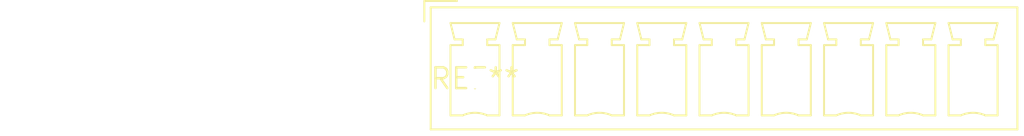
<source format=kicad_pcb>
(kicad_pcb (version 20240108) (generator pcbnew)
  (layers (0 "F.Cu" signal) (31 "B.Cu" signal) (34 "B.Paste" user) (35 "F.Paste" user) (36 "B.SilkS" user "B.Silkscreen") (37 "F.SilkS" user "F.Silkscreen") (38 "B.Mask" user) (39 "F.Mask" user) (44 "Edge.Cuts" user))
  (net 0 "")
  (footprint "PhoenixContact_MCV_1,5_9-G-3.81_1x09_P3.81mm_Vertical" (layer "F.Cu") (at 0 0)
    (property "Reference" "REF**")
    (property "Value" "PhoenixContact_MCV_1,5_9-G-3.81_1x09_P3.81mm_Vertical")
    (fp_line (start -3.1 -4.75) (end -1.1 -4.75) (layer "F.SilkS") (stroke (width 0.12)))
    (fp_line (start -3.1 -3.5) (end -3.1 -4.75) (layer "F.SilkS") (stroke (width 0.12)))
    (fp_line (start -2.71 -4.36) (end -2.71 3.11) (layer "F.SilkS") (stroke (width 0.12)))
    (fp_line (start -2.71 3.11) (end 33.19 3.11) (layer "F.SilkS") (stroke (width 0.12)))
    (fp_line (start -1.5 -3.4) (end 1.5 -3.4) (layer "F.SilkS") (stroke (width 0.12)))
    (fp_line (start -1.5 -2.05) (end -0.75 -2.05) (layer "F.SilkS") (stroke (width 0.12)))
    (fp_line (start -1.5 2.25) (end -1.5 -2.05) (layer "F.SilkS") (stroke (width 0.12)))
    (fp_line (start -1.25 -2.4) (end -1.5 -3.4) (layer "F.SilkS") (stroke (width 0.12)))
    (fp_line (start -0.75 -2.4) (end -1.25 -2.4) (layer "F.SilkS") (stroke (width 0.12)))
    (fp_line (start -0.75 -2.05) (end -0.75 -2.4) (layer "F.SilkS") (stroke (width 0.12)))
    (fp_line (start -0.75 2.25) (end -1.5 2.25) (layer "F.SilkS") (stroke (width 0.12)))
    (fp_line (start 0.75 -2.4) (end 0.75 -2.05) (layer "F.SilkS") (stroke (width 0.12)))
    (fp_line (start 0.75 -2.05) (end 1.5 -2.05) (layer "F.SilkS") (stroke (width 0.12)))
    (fp_line (start 1.25 -2.4) (end 0.75 -2.4) (layer "F.SilkS") (stroke (width 0.12)))
    (fp_line (start 1.5 -3.4) (end 1.25 -2.4) (layer "F.SilkS") (stroke (width 0.12)))
    (fp_line (start 1.5 -2.05) (end 1.5 2.25) (layer "F.SilkS") (stroke (width 0.12)))
    (fp_line (start 1.5 2.25) (end 0.75 2.25) (layer "F.SilkS") (stroke (width 0.12)))
    (fp_line (start 2.31 -3.4) (end 5.31 -3.4) (layer "F.SilkS") (stroke (width 0.12)))
    (fp_line (start 2.31 -2.05) (end 3.06 -2.05) (layer "F.SilkS") (stroke (width 0.12)))
    (fp_line (start 2.31 2.25) (end 2.31 -2.05) (layer "F.SilkS") (stroke (width 0.12)))
    (fp_line (start 2.56 -2.4) (end 2.31 -3.4) (layer "F.SilkS") (stroke (width 0.12)))
    (fp_line (start 3.06 -2.4) (end 2.56 -2.4) (layer "F.SilkS") (stroke (width 0.12)))
    (fp_line (start 3.06 -2.05) (end 3.06 -2.4) (layer "F.SilkS") (stroke (width 0.12)))
    (fp_line (start 3.06 2.25) (end 2.31 2.25) (layer "F.SilkS") (stroke (width 0.12)))
    (fp_line (start 4.56 -2.4) (end 4.56 -2.05) (layer "F.SilkS") (stroke (width 0.12)))
    (fp_line (start 4.56 -2.05) (end 5.31 -2.05) (layer "F.SilkS") (stroke (width 0.12)))
    (fp_line (start 5.06 -2.4) (end 4.56 -2.4) (layer "F.SilkS") (stroke (width 0.12)))
    (fp_line (start 5.31 -3.4) (end 5.06 -2.4) (layer "F.SilkS") (stroke (width 0.12)))
    (fp_line (start 5.31 -2.05) (end 5.31 2.25) (layer "F.SilkS") (stroke (width 0.12)))
    (fp_line (start 5.31 2.25) (end 4.56 2.25) (layer "F.SilkS") (stroke (width 0.12)))
    (fp_line (start 6.12 -3.4) (end 9.12 -3.4) (layer "F.SilkS") (stroke (width 0.12)))
    (fp_line (start 6.12 -2.05) (end 6.87 -2.05) (layer "F.SilkS") (stroke (width 0.12)))
    (fp_line (start 6.12 2.25) (end 6.12 -2.05) (layer "F.SilkS") (stroke (width 0.12)))
    (fp_line (start 6.37 -2.4) (end 6.12 -3.4) (layer "F.SilkS") (stroke (width 0.12)))
    (fp_line (start 6.87 -2.4) (end 6.37 -2.4) (layer "F.SilkS") (stroke (width 0.12)))
    (fp_line (start 6.87 -2.05) (end 6.87 -2.4) (layer "F.SilkS") (stroke (width 0.12)))
    (fp_line (start 6.87 2.25) (end 6.12 2.25) (layer "F.SilkS") (stroke (width 0.12)))
    (fp_line (start 8.37 -2.4) (end 8.37 -2.05) (layer "F.SilkS") (stroke (width 0.12)))
    (fp_line (start 8.37 -2.05) (end 9.12 -2.05) (layer "F.SilkS") (stroke (width 0.12)))
    (fp_line (start 8.87 -2.4) (end 8.37 -2.4) (layer "F.SilkS") (stroke (width 0.12)))
    (fp_line (start 9.12 -3.4) (end 8.87 -2.4) (layer "F.SilkS") (stroke (width 0.12)))
    (fp_line (start 9.12 -2.05) (end 9.12 2.25) (layer "F.SilkS") (stroke (width 0.12)))
    (fp_line (start 9.12 2.25) (end 8.37 2.25) (layer "F.SilkS") (stroke (width 0.12)))
    (fp_line (start 9.93 -3.4) (end 12.93 -3.4) (layer "F.SilkS") (stroke (width 0.12)))
    (fp_line (start 9.93 -2.05) (end 10.68 -2.05) (layer "F.SilkS") (stroke (width 0.12)))
    (fp_line (start 9.93 2.25) (end 9.93 -2.05) (layer "F.SilkS") (stroke (width 0.12)))
    (fp_line (start 10.18 -2.4) (end 9.93 -3.4) (layer "F.SilkS") (stroke (width 0.12)))
    (fp_line (start 10.68 -2.4) (end 10.18 -2.4) (layer "F.SilkS") (stroke (width 0.12)))
    (fp_line (start 10.68 -2.05) (end 10.68 -2.4) (layer "F.SilkS") (stroke (width 0.12)))
    (fp_line (start 10.68 2.25) (end 9.93 2.25) (layer "F.SilkS") (stroke (width 0.12)))
    (fp_line (start 12.18 -2.4) (end 12.18 -2.05) (layer "F.SilkS") (stroke (width 0.12)))
    (fp_line (start 12.18 -2.05) (end 12.93 -2.05) (layer "F.SilkS") (stroke (width 0.12)))
    (fp_line (start 12.68 -2.4) (end 12.18 -2.4) (layer "F.SilkS") (stroke (width 0.12)))
    (fp_line (start 12.93 -3.4) (end 12.68 -2.4) (layer "F.SilkS") (stroke (width 0.12)))
    (fp_line (start 12.93 -2.05) (end 12.93 2.25) (layer "F.SilkS") (stroke (width 0.12)))
    (fp_line (start 12.93 2.25) (end 12.18 2.25) (layer "F.SilkS") (stroke (width 0.12)))
    (fp_line (start 13.74 -3.4) (end 16.74 -3.4) (layer "F.SilkS") (stroke (width 0.12)))
    (fp_line (start 13.74 -2.05) (end 14.49 -2.05) (layer "F.SilkS") (stroke (width 0.12)))
    (fp_line (start 13.74 2.25) (end 13.74 -2.05) (layer "F.SilkS") (stroke (width 0.12)))
    (fp_line (start 13.99 -2.4) (end 13.74 -3.4) (layer "F.SilkS") (stroke (width 0.12)))
    (fp_line (start 14.49 -2.4) (end 13.99 -2.4) (layer "F.SilkS") (stroke (width 0.12)))
    (fp_line (start 14.49 -2.05) (end 14.49 -2.4) (layer "F.SilkS") (stroke (width 0.12)))
    (fp_line (start 14.49 2.25) (end 13.74 2.25) (layer "F.SilkS") (stroke (width 0.12)))
    (fp_line (start 15.99 -2.4) (end 15.99 -2.05) (layer "F.SilkS") (stroke (width 0.12)))
    (fp_line (start 15.99 -2.05) (end 16.74 -2.05) (layer "F.SilkS") (stroke (width 0.12)))
    (fp_line (start 16.49 -2.4) (end 15.99 -2.4) (layer "F.SilkS") (stroke (width 0.12)))
    (fp_line (start 16.74 -3.4) (end 16.49 -2.4) (layer "F.SilkS") (stroke (width 0.12)))
    (fp_line (start 16.74 -2.05) (end 16.74 2.25) (layer "F.SilkS") (stroke (width 0.12)))
    (fp_line (start 16.74 2.25) (end 15.99 2.25) (layer "F.SilkS") (stroke (width 0.12)))
    (fp_line (start 17.55 -3.4) (end 20.55 -3.4) (layer "F.SilkS") (stroke (width 0.12)))
    (fp_line (start 17.55 -2.05) (end 18.3 -2.05) (layer "F.SilkS") (stroke (width 0.12)))
    (fp_line (start 17.55 2.25) (end 17.55 -2.05) (layer "F.SilkS") (stroke (width 0.12)))
    (fp_line (start 17.8 -2.4) (end 17.55 -3.4) (layer "F.SilkS") (stroke (width 0.12)))
    (fp_line (start 18.3 -2.4) (end 17.8 -2.4) (layer "F.SilkS") (stroke (width 0.12)))
    (fp_line (start 18.3 -2.05) (end 18.3 -2.4) (layer "F.SilkS") (stroke (width 0.12)))
    (fp_line (start 18.3 2.25) (end 17.55 2.25) (layer "F.SilkS") (stroke (width 0.12)))
    (fp_line (start 19.8 -2.4) (end 19.8 -2.05) (layer "F.SilkS") (stroke (width 0.12)))
    (fp_line (start 19.8 -2.05) (end 20.55 -2.05) (layer "F.SilkS") (stroke (width 0.12)))
    (fp_line (start 20.3 -2.4) (end 19.8 -2.4) (layer "F.SilkS") (stroke (width 0.12)))
    (fp_line (start 20.55 -3.4) (end 20.3 -2.4) (layer "F.SilkS") (stroke (width 0.12)))
    (fp_line (start 20.55 -2.05) (end 20.55 2.25) (layer "F.SilkS") (stroke (width 0.12)))
    (fp_line (start 20.55 2.25) (end 19.8 2.25) (layer "F.SilkS") (stroke (width 0.12)))
    (fp_line (start 21.36 -3.4) (end 24.36 -3.4) (layer "F.SilkS") (stroke (width 0.12)))
    (fp_line (start 21.36 -2.05) (end 22.11 -2.05) (layer "F.SilkS") (stroke (width 0.12)))
    (fp_line (start 21.36 2.25) (end 21.36 -2.05) (layer "F.SilkS") (stroke (width 0.12)))
    (fp_line (start 21.61 -2.4) (end 21.36 -3.4) (layer "F.SilkS") (stroke (width 0.12)))
    (fp_line (start 22.11 -2.4) (end 21.61 -2.4) (layer "F.SilkS") (stroke (width 0.12)))
    (fp_line (start 22.11 -2.05) (end 22.11 -2.4) (layer "F.SilkS") (stroke (width 0.12)))
    (fp_line (start 22.11 2.25) (end 21.36 2.25) (layer "F.SilkS") (stroke (width 0.12)))
    (fp_line (start 23.61 -2.4) (end 23.61 -2.05) (layer "F.SilkS") (stroke (width 0.12)))
    (fp_line (start 23.61 -2.05) (end 24.36 -2.05) (layer "F.SilkS") (stroke (width 0.12)))
    (fp_line (start 24.11 -2.4) (end 23.61 -2.4) (layer "F.SilkS") (stroke (width 0.12)))
    (fp_line (start 24.36 -3.4) (end 24.11 -2.4) (layer "F.SilkS") (stroke (width 0.12)))
    (fp_line (start 24.36 -2.05) (end 24.36 2.25) (layer "F.SilkS") (stroke (width 0.12)))
    (fp_line (start 24.36 2.25) (end 23.61 2.25) (layer "F.SilkS") (stroke (width 0.12)))
    (fp_line (start 25.17 -3.4) (end 28.17 -3.4) (layer "F.SilkS") (stroke (width 0.12)))
    (fp_line (start 25.17 -2.05) (end 25.92 -2.05) (layer "F.SilkS") (stroke (width 0.12)))
    (fp_line (start 25.17 2.25) (end 25.17 -2.05) (layer "F.SilkS") (stroke (width 0.12)))
    (fp_line (start 25.42 -2.4) (end 25.17 -3.4) (layer "F.SilkS") (stroke (width 0.12)))
    (fp_line (start 25.92 -2.4) (end 25.42 -2.4) (layer "F.SilkS") (stroke (width 0.12)))
    (fp_line (start 25.92 -2.05) (end 25.92 -2.4) (layer "F.SilkS") (stroke (width 0.12)))
    (fp_line (start 25.92 2.25) (end 25.17 2.25) (layer "F.SilkS") (stroke (width 0.12)))
    (fp_line (start 27.42 -2.4) (end 27.42 -2.05) (layer "F.SilkS") (stroke (width 0.12)))
    (fp_line (start 27.42 -2.05) (end 28.17 -2.05) (layer "F.SilkS") (stroke (width 0.12)))
    (fp_line (start 27.92 -2.4) (end 27.42 -2.4) (layer "F.SilkS") (stroke (width 0.12)))
    (fp_line (start 28.17 -3.4) (end 27.92 -2.4) (layer "F.SilkS") (stroke (width 0.12)))
    (fp_line (start 28.17 -2.05) (end 28.17 2.25) (layer "F.SilkS") (stroke (width 0.12)))
    (fp_line (start 28.17 2.25) (end 27.42 2.25) (layer "F.SilkS") (stroke (width 0.12)))
    (fp_line (start 28.98 -3.4) (end 31.98 -3.4) (layer "F.SilkS") (stroke (width 0.12)))
    (fp_line (start 28.98 -2.05) (end 29.73 -2.05) (layer "F.SilkS") (stroke (width 0.12)))
    (fp_line (start 28.98 2.25) (end 28.98 -2.05) (layer "F.SilkS") (stroke (width 0.12)))
    (fp_line (start 29.23 -2.4) (end 28.98 -3.4) (layer "F.SilkS") (stroke (width 0.12)))
    (fp_line (start 29.73 -2.4) (end 29.23 -2.4) (layer "F.SilkS") (stroke (width 0.12)))
    (fp_line (start 29.73 -2.05) (end 29.73 -2.4) (layer "F.SilkS") (stroke (width 0.12)))
    (fp_line (start 29.73 2.25) (end 28.98 2.25) (layer "F.SilkS") (stroke (width 0.12)))
    (fp_line (start 31.23 -2.4) (end 31.23 -2.05) (layer "F.SilkS") (stroke (width 0.12)))
    (fp_line (start 31.23 -2.05) (end 31.98 -2.05) (layer "F.SilkS") (stroke (width 0.12)))
    (fp_line (start 31.73 -2.4) (end 31.23 -2.4) (layer "F.SilkS") (stroke (width 0.12)))
    (fp_line (start 31.98 -3.4) (end 31.73 -2.4) (layer "F.SilkS") (stroke (width 0.12)))
    (fp_line (start 31.98 -2.05) (end 31.98 2.25) (layer "F.SilkS") (stroke (width 0.12)))
    (fp_line (start 31.98 2.25) (end 31.23 2.25) (layer "F.SilkS") (stroke (width 0.12)))
    (fp_line (start 33.19 -4.36) (end -2.71 -4.36) (layer "F.SilkS") (stroke (width 0.12)))
    (fp_line (start 33.19 3.11) (end 33.19 -4.36) (layer "F.SilkS") (stroke (width 0.12)))
    (fp_arc (start -0.75 2.25) (mid -0.000193 2.09191) (end 0.749647 2.249844) (layer "F.SilkS") (stroke (width 0.12)))
    (fp_arc (start 3.06 2.25) (mid 3.809807 2.09191) (end 4.559647 2.249844) (layer "F.SilkS") (stroke (width 0.12)))
    (fp_arc (start 6.87 2.25) (mid 7.619807 2.09191) (end 8.369647 2.249844) (layer "F.SilkS") (stroke (width 0.12)))
    (fp_arc (start 10.68 2.25) (mid 11.429807 2.09191) (end 12.179647 2.249844) (layer "F.SilkS") (stroke (width 0.12)))
    (fp_arc (start 14.49 2.25) (mid 15.239807 2.09191) (end 15.989647 2.249844) (layer "F.SilkS") (stroke (width 0.12)))
    (fp_arc (start 18.3 2.25) (mid 19.049807 2.09191) (end 19.799647 2.249844) (layer "F.SilkS") (stroke (width 0.12)))
    (fp_arc (start 22.11 2.25) (mid 22.859807 2.09191) (end 23.609647 2.249844) (layer "F.SilkS") (stroke (width 0.12)))
    (fp_arc (start 25.92 2.25) (mid 26.669807 2.09191) (end 27.419647 2.249844) (layer "F.SilkS") (stroke (width 0.12)))
    (fp_arc (start 29.73 2.25) (mid 30.479807 2.09191) (end 31.229647 2.249844) (layer "F.SilkS") (stroke (width 0.12)))
    (pad "1" thru_hole roundrect (at 0 0) (size 1.8 3.6) (drill 1.2) (layers *.Cu *.Mask) (remove_unused_layers) (roundrect_rratio 0.138889))
    (pad "2" thru_hole oval (at 3.81 0) (size 1.8 3.6) (drill 1.2) (layers *.Cu *.Mask) (remove_unused_layers))
    (pad "3" thru_hole oval (at 7.62 0) (size 1.8 3.6) (drill 1.2) (layers *.Cu *.Mask) (remove_unused_layers))
    (pad "4" thru_hole oval (at 11.43 0) (size 1.8 3.6) (drill 1.2) (layers *.Cu *.Mask) (remove_unused_layers))
    (pad "5" thru_hole oval (at 15.24 0) (size 1.8 3.6) (drill 1.2) (layers *.Cu *.Mask) (remove_unused_layers))
    (pad "6" thru_hole oval (at 19.05 0) (size 1.8 3.6) (drill 1.2) (layers *.Cu *.Mask) (remove_unused_layers))
    (pad "7" thru_hole oval (at 22.86 0) (size 1.8 3.6) (drill 1.2) (layers *.Cu *.Mask) (remove_unused_layers))
    (pad "8" thru_hole oval (at 26.67 0) (size 1.8 3.6) (drill 1.2) (layers *.Cu *.Mask) (remove_unused_layers))
    (pad "9" thru_hole oval (at 30.48 0) (size 1.8 3.6) (drill 1.2) (layers *.Cu *.Mask) (remove_unused_layers))
  )
)
</source>
